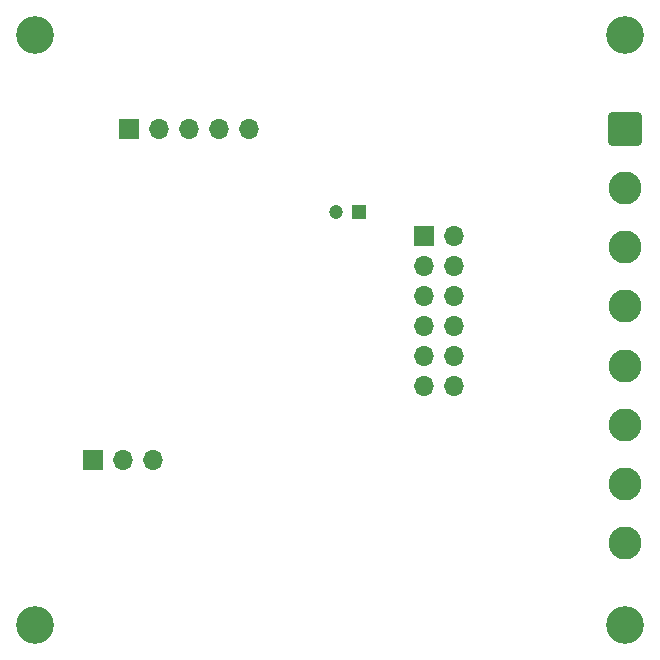
<source format=gbr>
%TF.GenerationSoftware,KiCad,Pcbnew,9.0.0*%
%TF.CreationDate,2025-03-23T15:00:11-07:00*%
%TF.ProjectId,SMRRC,534d5252-432e-46b6-9963-61645f706362,n/c*%
%TF.SameCoordinates,Original*%
%TF.FileFunction,Soldermask,Bot*%
%TF.FilePolarity,Negative*%
%FSLAX46Y46*%
G04 Gerber Fmt 4.6, Leading zero omitted, Abs format (unit mm)*
G04 Created by KiCad (PCBNEW 9.0.0) date 2025-03-23 15:00:11*
%MOMM*%
%LPD*%
G01*
G04 APERTURE LIST*
G04 Aperture macros list*
%AMRoundRect*
0 Rectangle with rounded corners*
0 $1 Rounding radius*
0 $2 $3 $4 $5 $6 $7 $8 $9 X,Y pos of 4 corners*
0 Add a 4 corners polygon primitive as box body*
4,1,4,$2,$3,$4,$5,$6,$7,$8,$9,$2,$3,0*
0 Add four circle primitives for the rounded corners*
1,1,$1+$1,$2,$3*
1,1,$1+$1,$4,$5*
1,1,$1+$1,$6,$7*
1,1,$1+$1,$8,$9*
0 Add four rect primitives between the rounded corners*
20,1,$1+$1,$2,$3,$4,$5,0*
20,1,$1+$1,$4,$5,$6,$7,0*
20,1,$1+$1,$6,$7,$8,$9,0*
20,1,$1+$1,$8,$9,$2,$3,0*%
G04 Aperture macros list end*
%ADD10C,3.200000*%
%ADD11R,1.700000X1.700000*%
%ADD12O,1.700000X1.700000*%
%ADD13RoundRect,0.250001X-1.149999X1.149999X-1.149999X-1.149999X1.149999X-1.149999X1.149999X1.149999X0*%
%ADD14C,2.800000*%
%ADD15R,1.200000X1.200000*%
%ADD16C,1.200000*%
G04 APERTURE END LIST*
D10*
%TO.C,H4*%
X127000000Y-42000000D03*
%TD*%
%TO.C,H3*%
X127000000Y-92000000D03*
%TD*%
%TO.C,H2*%
X177000000Y-92000000D03*
%TD*%
%TO.C,H1*%
X177000000Y-42000000D03*
%TD*%
D11*
%TO.C,J4*%
X160000000Y-59000000D03*
D12*
X162540000Y-59000000D03*
X160000000Y-61540000D03*
X162540000Y-61540000D03*
X160000000Y-64080000D03*
X162540000Y-64080000D03*
X160000000Y-66620000D03*
X162540000Y-66620000D03*
X160000000Y-69160000D03*
X162540000Y-69160000D03*
X160000000Y-71700000D03*
X162540000Y-71700000D03*
%TD*%
D11*
%TO.C,J3*%
X131920000Y-78000000D03*
D12*
X134460000Y-78000000D03*
X137000000Y-78000000D03*
%TD*%
D11*
%TO.C,J2*%
X135000000Y-50000000D03*
D12*
X137540000Y-50000000D03*
X140080000Y-50000000D03*
X142620000Y-50000000D03*
X145160000Y-50000000D03*
%TD*%
D13*
%TO.C,J1*%
X177000000Y-50000000D03*
D14*
X177000000Y-55000000D03*
X177000000Y-60000000D03*
X177000000Y-65000000D03*
X177000000Y-70000000D03*
X177000000Y-75000000D03*
X177000000Y-80000000D03*
X177000000Y-85000000D03*
%TD*%
D15*
%TO.C,C4*%
X154500000Y-57000000D03*
D16*
X152500000Y-57000000D03*
%TD*%
M02*

</source>
